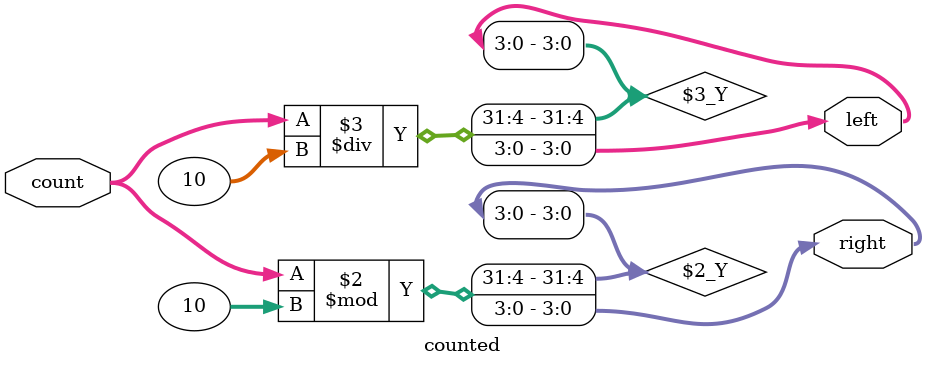
<source format=v>
module counted(count, left, right);
input [6:0]count;
output [3:0]right;
output [3:0]left;
reg [3:0]left;
reg [3:0]right;
always @*
begin
right = (count %10);
left = (count /10);
end
endmodule
</source>
